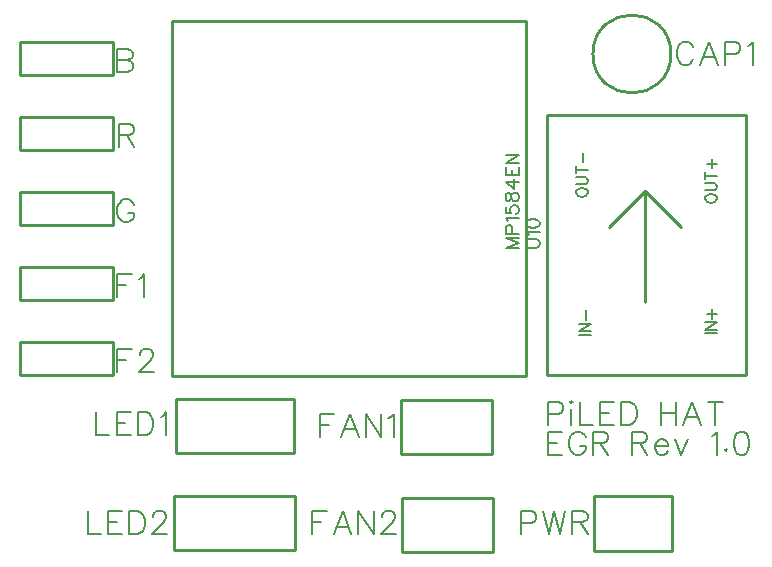
<source format=gto>
G04 Layer: TopSilkscreenLayer*
G04 EasyEDA v6.5.22, 2023-03-23 09:10:29*
G04 401f546e4c444c1f8d25b27506820300,e6e562115a5a45ecb989dda305b66076,10*
G04 Gerber Generator version 0.2*
G04 Scale: 100 percent, Rotated: No, Reflected: No *
G04 Dimensions in millimeters *
G04 leading zeros omitted , absolute positions ,4 integer and 5 decimal *
%FSLAX45Y45*%
%MOMM*%

%ADD10C,0.2032*%
%ADD11C,0.1524*%
%ADD12C,0.2540*%
%ADD13C,0.2500*%

%LPD*%
D10*
X18807429Y-8299450D02*
G01*
X18798286Y-8280908D01*
X18779743Y-8262365D01*
X18761456Y-8253221D01*
X18724372Y-8253221D01*
X18705829Y-8262365D01*
X18687541Y-8280908D01*
X18678143Y-8299450D01*
X18669000Y-8327136D01*
X18669000Y-8373110D01*
X18678143Y-8401050D01*
X18687541Y-8419337D01*
X18705829Y-8437879D01*
X18724372Y-8447024D01*
X18761456Y-8447024D01*
X18779743Y-8437879D01*
X18798286Y-8419337D01*
X18807429Y-8401050D01*
X18942304Y-8253221D02*
G01*
X18868390Y-8447024D01*
X18942304Y-8253221D02*
G01*
X19016218Y-8447024D01*
X18896329Y-8382508D02*
G01*
X18988531Y-8382508D01*
X19077177Y-8253221D02*
G01*
X19077177Y-8447024D01*
X19077177Y-8253221D02*
G01*
X19160490Y-8253221D01*
X19188175Y-8262365D01*
X19197320Y-8271510D01*
X19206463Y-8290052D01*
X19206463Y-8317737D01*
X19197320Y-8336279D01*
X19188175Y-8345423D01*
X19160490Y-8354821D01*
X19077177Y-8354821D01*
X19267424Y-8290052D02*
G01*
X19285966Y-8280908D01*
X19313652Y-8253221D01*
X19313652Y-8447024D01*
X17348197Y-12228258D02*
G01*
X17348197Y-12422314D01*
X17348197Y-12228258D02*
G01*
X17431255Y-12228258D01*
X17458941Y-12237402D01*
X17468339Y-12246800D01*
X17477483Y-12265088D01*
X17477483Y-12293028D01*
X17468339Y-12311316D01*
X17458941Y-12320714D01*
X17431255Y-12329858D01*
X17348197Y-12329858D01*
X17538443Y-12228258D02*
G01*
X17584671Y-12422314D01*
X17630899Y-12228258D02*
G01*
X17584671Y-12422314D01*
X17630899Y-12228258D02*
G01*
X17677127Y-12422314D01*
X17723101Y-12228258D02*
G01*
X17677127Y-12422314D01*
X17784061Y-12228258D02*
G01*
X17784061Y-12422314D01*
X17784061Y-12228258D02*
G01*
X17867373Y-12228258D01*
X17895059Y-12237402D01*
X17904203Y-12246800D01*
X17913347Y-12265088D01*
X17913347Y-12283630D01*
X17904203Y-12302172D01*
X17895059Y-12311316D01*
X17867373Y-12320714D01*
X17784061Y-12320714D01*
X17848831Y-12320714D02*
G01*
X17913347Y-12422314D01*
X15646400Y-11402821D02*
G01*
X15646400Y-11596624D01*
X15646400Y-11402821D02*
G01*
X15766541Y-11402821D01*
X15646400Y-11495024D02*
G01*
X15720313Y-11495024D01*
X15901416Y-11402821D02*
G01*
X15827502Y-11596624D01*
X15901416Y-11402821D02*
G01*
X15975329Y-11596624D01*
X15855188Y-11532108D02*
G01*
X15947390Y-11532108D01*
X16036290Y-11402821D02*
G01*
X16036290Y-11596624D01*
X16036290Y-11402821D02*
G01*
X16165575Y-11596624D01*
X16165575Y-11402821D02*
G01*
X16165575Y-11596624D01*
X16226536Y-11439652D02*
G01*
X16244824Y-11430508D01*
X16272509Y-11402821D01*
X16272509Y-11596624D01*
X15582900Y-12228321D02*
G01*
X15582900Y-12422124D01*
X15582900Y-12228321D02*
G01*
X15703041Y-12228321D01*
X15582900Y-12320524D02*
G01*
X15656813Y-12320524D01*
X15837916Y-12228321D02*
G01*
X15764002Y-12422124D01*
X15837916Y-12228321D02*
G01*
X15911829Y-12422124D01*
X15791688Y-12357608D02*
G01*
X15883890Y-12357608D01*
X15972790Y-12228321D02*
G01*
X15972790Y-12422124D01*
X15972790Y-12228321D02*
G01*
X16102075Y-12422124D01*
X16102075Y-12228321D02*
G01*
X16102075Y-12422124D01*
X16172179Y-12274550D02*
G01*
X16172179Y-12265152D01*
X16181324Y-12246610D01*
X16190722Y-12237465D01*
X16209009Y-12228321D01*
X16246093Y-12228321D01*
X16264636Y-12237465D01*
X16273779Y-12246610D01*
X16282924Y-12265152D01*
X16282924Y-12283694D01*
X16273779Y-12302236D01*
X16255238Y-12329921D01*
X16163036Y-12422124D01*
X16292322Y-12422124D01*
X13754100Y-11390121D02*
G01*
X13754100Y-11583924D01*
X13754100Y-11583924D02*
G01*
X13864843Y-11583924D01*
X13925804Y-11390121D02*
G01*
X13925804Y-11583924D01*
X13925804Y-11390121D02*
G01*
X14045945Y-11390121D01*
X13925804Y-11482324D02*
G01*
X13999718Y-11482324D01*
X13925804Y-11583924D02*
G01*
X14045945Y-11583924D01*
X14106906Y-11390121D02*
G01*
X14106906Y-11583924D01*
X14106906Y-11390121D02*
G01*
X14171675Y-11390121D01*
X14199361Y-11399265D01*
X14217650Y-11417808D01*
X14227047Y-11436350D01*
X14236191Y-11464036D01*
X14236191Y-11510010D01*
X14227047Y-11537950D01*
X14217650Y-11556237D01*
X14199361Y-11574779D01*
X14171675Y-11583924D01*
X14106906Y-11583924D01*
X14297152Y-11426952D02*
G01*
X14315693Y-11417808D01*
X14343379Y-11390121D01*
X14343379Y-11583924D01*
X13681069Y-12228324D02*
G01*
X13681069Y-12422126D01*
X13681069Y-12422126D02*
G01*
X13791813Y-12422126D01*
X13852773Y-12228324D02*
G01*
X13852773Y-12422126D01*
X13852773Y-12228324D02*
G01*
X13972915Y-12228324D01*
X13852773Y-12320526D02*
G01*
X13926687Y-12320526D01*
X13852773Y-12422126D02*
G01*
X13972915Y-12422126D01*
X14033875Y-12228324D02*
G01*
X14033875Y-12422126D01*
X14033875Y-12228324D02*
G01*
X14098645Y-12228324D01*
X14126331Y-12237468D01*
X14144619Y-12256010D01*
X14154017Y-12274552D01*
X14163161Y-12302238D01*
X14163161Y-12348212D01*
X14154017Y-12376152D01*
X14144619Y-12394440D01*
X14126331Y-12412982D01*
X14098645Y-12422126D01*
X14033875Y-12422126D01*
X14233519Y-12274552D02*
G01*
X14233519Y-12265154D01*
X14242663Y-12246612D01*
X14251807Y-12237468D01*
X14270349Y-12228324D01*
X14307179Y-12228324D01*
X14325721Y-12237468D01*
X14335119Y-12246612D01*
X14344263Y-12265154D01*
X14344263Y-12283696D01*
X14335119Y-12302238D01*
X14316577Y-12329924D01*
X14224121Y-12422126D01*
X14353407Y-12422126D01*
X13931900Y-8316721D02*
G01*
X13931900Y-8510524D01*
X13931900Y-8316721D02*
G01*
X14014958Y-8316721D01*
X14042643Y-8325865D01*
X14052041Y-8335010D01*
X14061186Y-8353552D01*
X14061186Y-8372094D01*
X14052041Y-8390636D01*
X14042643Y-8399779D01*
X14014958Y-8408924D01*
X13931900Y-8408924D02*
G01*
X14014958Y-8408924D01*
X14042643Y-8418321D01*
X14052041Y-8427465D01*
X14061186Y-8446008D01*
X14061186Y-8473694D01*
X14052041Y-8492236D01*
X14042643Y-8501379D01*
X14014958Y-8510524D01*
X13931900Y-8510524D01*
X13944600Y-8951721D02*
G01*
X13944600Y-9145524D01*
X13944600Y-8951721D02*
G01*
X14027658Y-8951721D01*
X14055343Y-8960865D01*
X14064741Y-8970010D01*
X14073886Y-8988552D01*
X14073886Y-9007094D01*
X14064741Y-9025636D01*
X14055343Y-9034779D01*
X14027658Y-9043924D01*
X13944600Y-9043924D01*
X14009370Y-9043924D02*
G01*
X14073886Y-9145524D01*
X14070329Y-9632950D02*
G01*
X14061186Y-9614408D01*
X14042643Y-9595865D01*
X14024356Y-9586721D01*
X13987272Y-9586721D01*
X13968729Y-9595865D01*
X13950441Y-9614408D01*
X13941043Y-9632950D01*
X13931900Y-9660636D01*
X13931900Y-9706610D01*
X13941043Y-9734550D01*
X13950441Y-9752837D01*
X13968729Y-9771379D01*
X13987272Y-9780524D01*
X14024356Y-9780524D01*
X14042643Y-9771379D01*
X14061186Y-9752837D01*
X14070329Y-9734550D01*
X14070329Y-9706610D01*
X14024356Y-9706610D02*
G01*
X14070329Y-9706610D01*
X13931900Y-10221721D02*
G01*
X13931900Y-10415524D01*
X13931900Y-10221721D02*
G01*
X14052041Y-10221721D01*
X13931900Y-10313924D02*
G01*
X14005813Y-10313924D01*
X14113002Y-10258552D02*
G01*
X14131290Y-10249408D01*
X14159229Y-10221721D01*
X14159229Y-10415524D01*
X13931900Y-10856721D02*
G01*
X13931900Y-11050524D01*
X13931900Y-10856721D02*
G01*
X14052041Y-10856721D01*
X13931900Y-10948924D02*
G01*
X14005813Y-10948924D01*
X14122145Y-10902950D02*
G01*
X14122145Y-10893552D01*
X14131290Y-10875010D01*
X14140688Y-10865865D01*
X14159229Y-10856721D01*
X14196059Y-10856721D01*
X14214602Y-10865865D01*
X14223745Y-10875010D01*
X14232890Y-10893552D01*
X14232890Y-10912094D01*
X14223745Y-10930636D01*
X14205204Y-10958321D01*
X14113002Y-11050524D01*
X14242288Y-11050524D01*
X17576800Y-11301221D02*
G01*
X17576800Y-11495024D01*
X17576800Y-11301221D02*
G01*
X17659858Y-11301221D01*
X17687543Y-11310365D01*
X17696941Y-11319510D01*
X17706086Y-11338052D01*
X17706086Y-11365737D01*
X17696941Y-11384279D01*
X17687543Y-11393424D01*
X17659858Y-11402821D01*
X17576800Y-11402821D01*
X17767045Y-11301221D02*
G01*
X17776190Y-11310365D01*
X17785588Y-11301221D01*
X17776190Y-11291824D01*
X17767045Y-11301221D01*
X17776190Y-11365737D02*
G01*
X17776190Y-11495024D01*
X17846548Y-11301221D02*
G01*
X17846548Y-11495024D01*
X17846548Y-11495024D02*
G01*
X17957291Y-11495024D01*
X18018252Y-11301221D02*
G01*
X18018252Y-11495024D01*
X18018252Y-11301221D02*
G01*
X18138393Y-11301221D01*
X18018252Y-11393424D02*
G01*
X18092166Y-11393424D01*
X18018252Y-11495024D02*
G01*
X18138393Y-11495024D01*
X18199354Y-11301221D02*
G01*
X18199354Y-11495024D01*
X18199354Y-11301221D02*
G01*
X18263870Y-11301221D01*
X18291809Y-11310365D01*
X18310098Y-11328908D01*
X18319495Y-11347450D01*
X18328640Y-11375136D01*
X18328640Y-11421110D01*
X18319495Y-11449050D01*
X18310098Y-11467337D01*
X18291809Y-11485879D01*
X18263870Y-11495024D01*
X18199354Y-11495024D01*
X18531840Y-11301221D02*
G01*
X18531840Y-11495024D01*
X18661125Y-11301221D02*
G01*
X18661125Y-11495024D01*
X18531840Y-11393424D02*
G01*
X18661125Y-11393424D01*
X18796000Y-11301221D02*
G01*
X18722086Y-11495024D01*
X18796000Y-11301221D02*
G01*
X18869913Y-11495024D01*
X18749772Y-11430508D02*
G01*
X18842227Y-11430508D01*
X18995390Y-11301221D02*
G01*
X18995390Y-11495024D01*
X18930874Y-11301221D02*
G01*
X19060159Y-11301221D01*
X17576800Y-11555221D02*
G01*
X17576800Y-11749024D01*
X17576800Y-11555221D02*
G01*
X17696941Y-11555221D01*
X17576800Y-11647424D02*
G01*
X17650713Y-11647424D01*
X17576800Y-11749024D02*
G01*
X17696941Y-11749024D01*
X17896331Y-11601450D02*
G01*
X17887188Y-11582908D01*
X17868645Y-11564365D01*
X17850104Y-11555221D01*
X17813274Y-11555221D01*
X17794731Y-11564365D01*
X17776190Y-11582908D01*
X17767045Y-11601450D01*
X17757902Y-11629136D01*
X17757902Y-11675110D01*
X17767045Y-11703050D01*
X17776190Y-11721337D01*
X17794731Y-11739879D01*
X17813274Y-11749024D01*
X17850104Y-11749024D01*
X17868645Y-11739879D01*
X17887188Y-11721337D01*
X17896331Y-11703050D01*
X17896331Y-11675110D01*
X17850104Y-11675110D02*
G01*
X17896331Y-11675110D01*
X17957291Y-11555221D02*
G01*
X17957291Y-11749024D01*
X17957291Y-11555221D02*
G01*
X18040350Y-11555221D01*
X18068290Y-11564365D01*
X18077434Y-11573510D01*
X18086577Y-11592052D01*
X18086577Y-11610594D01*
X18077434Y-11629136D01*
X18068290Y-11638279D01*
X18040350Y-11647424D01*
X17957291Y-11647424D01*
X18022061Y-11647424D02*
G01*
X18086577Y-11749024D01*
X18289777Y-11555221D02*
G01*
X18289777Y-11749024D01*
X18289777Y-11555221D02*
G01*
X18373090Y-11555221D01*
X18400775Y-11564365D01*
X18409920Y-11573510D01*
X18419063Y-11592052D01*
X18419063Y-11610594D01*
X18409920Y-11629136D01*
X18400775Y-11638279D01*
X18373090Y-11647424D01*
X18289777Y-11647424D01*
X18354548Y-11647424D02*
G01*
X18419063Y-11749024D01*
X18480024Y-11675110D02*
G01*
X18591022Y-11675110D01*
X18591022Y-11656821D01*
X18581624Y-11638279D01*
X18572479Y-11629136D01*
X18553938Y-11619737D01*
X18526252Y-11619737D01*
X18507709Y-11629136D01*
X18489422Y-11647424D01*
X18480024Y-11675110D01*
X18480024Y-11693652D01*
X18489422Y-11721337D01*
X18507709Y-11739879D01*
X18526252Y-11749024D01*
X18553938Y-11749024D01*
X18572479Y-11739879D01*
X18591022Y-11721337D01*
X18651981Y-11619737D02*
G01*
X18707354Y-11749024D01*
X18762725Y-11619737D02*
G01*
X18707354Y-11749024D01*
X18965925Y-11592052D02*
G01*
X18984468Y-11582908D01*
X19012154Y-11555221D01*
X19012154Y-11749024D01*
X19082258Y-11703050D02*
G01*
X19073113Y-11712194D01*
X19082258Y-11721337D01*
X19091656Y-11712194D01*
X19082258Y-11703050D01*
X19207988Y-11555221D02*
G01*
X19180302Y-11564365D01*
X19161759Y-11592052D01*
X19152616Y-11638279D01*
X19152616Y-11665965D01*
X19161759Y-11712194D01*
X19180302Y-11739879D01*
X19207988Y-11749024D01*
X19226529Y-11749024D01*
X19254216Y-11739879D01*
X19272504Y-11712194D01*
X19281902Y-11665965D01*
X19281902Y-11638279D01*
X19272504Y-11592052D01*
X19254216Y-11564365D01*
X19226529Y-11555221D01*
X19207988Y-11555221D01*
D11*
X17218982Y-9995009D02*
G01*
X17327948Y-9995009D01*
X17218982Y-9995009D02*
G01*
X17327948Y-9953353D01*
X17218982Y-9911951D02*
G01*
X17327948Y-9953353D01*
X17218982Y-9911951D02*
G01*
X17327948Y-9911951D01*
X17218982Y-9877661D02*
G01*
X17327948Y-9877661D01*
X17218982Y-9877661D02*
G01*
X17218982Y-9830925D01*
X17224062Y-9815177D01*
X17229396Y-9810097D01*
X17239810Y-9804763D01*
X17255304Y-9804763D01*
X17265718Y-9810097D01*
X17270798Y-9815177D01*
X17276132Y-9830925D01*
X17276132Y-9877661D01*
X17239810Y-9770473D02*
G01*
X17234476Y-9760059D01*
X17218982Y-9744565D01*
X17327948Y-9744565D01*
X17218982Y-9648045D02*
G01*
X17218982Y-9699861D01*
X17265718Y-9705195D01*
X17260638Y-9699861D01*
X17255304Y-9684367D01*
X17255304Y-9668619D01*
X17260638Y-9653125D01*
X17270798Y-9642711D01*
X17286546Y-9637631D01*
X17296960Y-9637631D01*
X17312454Y-9642711D01*
X17322868Y-9653125D01*
X17327948Y-9668619D01*
X17327948Y-9684367D01*
X17322868Y-9699861D01*
X17317788Y-9705195D01*
X17307374Y-9710275D01*
X17218982Y-9577179D02*
G01*
X17224062Y-9592927D01*
X17234476Y-9598007D01*
X17244890Y-9598007D01*
X17255304Y-9592927D01*
X17260638Y-9582513D01*
X17265718Y-9561685D01*
X17270798Y-9546191D01*
X17281212Y-9535777D01*
X17291626Y-9530443D01*
X17307374Y-9530443D01*
X17317788Y-9535777D01*
X17322868Y-9540857D01*
X17327948Y-9556605D01*
X17327948Y-9577179D01*
X17322868Y-9592927D01*
X17317788Y-9598007D01*
X17307374Y-9603341D01*
X17291626Y-9603341D01*
X17281212Y-9598007D01*
X17270798Y-9587593D01*
X17265718Y-9572099D01*
X17260638Y-9551271D01*
X17255304Y-9540857D01*
X17244890Y-9535777D01*
X17234476Y-9535777D01*
X17224062Y-9540857D01*
X17218982Y-9556605D01*
X17218982Y-9577179D01*
X17218982Y-9444337D02*
G01*
X17291626Y-9496153D01*
X17291626Y-9418429D01*
X17218982Y-9444337D02*
G01*
X17327948Y-9444337D01*
X17218982Y-9384139D02*
G01*
X17327948Y-9384139D01*
X17218982Y-9384139D02*
G01*
X17218982Y-9316575D01*
X17270798Y-9384139D02*
G01*
X17270798Y-9342483D01*
X17327948Y-9384139D02*
G01*
X17327948Y-9316575D01*
X17218982Y-9282285D02*
G01*
X17327948Y-9282285D01*
X17218982Y-9282285D02*
G01*
X17327948Y-9209387D01*
X17218982Y-9209387D02*
G01*
X17327948Y-9209387D01*
X17396713Y-9995103D02*
G01*
X17474691Y-9995103D01*
X17490186Y-9989769D01*
X17500600Y-9979355D01*
X17505934Y-9963861D01*
X17505934Y-9953447D01*
X17500600Y-9937953D01*
X17490186Y-9927539D01*
X17474691Y-9922205D01*
X17396713Y-9922205D01*
X17417541Y-9887915D02*
G01*
X17412461Y-9877501D01*
X17396713Y-9862007D01*
X17505934Y-9862007D01*
X17396713Y-9796475D02*
G01*
X17402048Y-9812223D01*
X17417541Y-9822637D01*
X17443450Y-9827717D01*
X17459198Y-9827717D01*
X17485106Y-9822637D01*
X17500600Y-9812223D01*
X17505934Y-9796475D01*
X17505934Y-9786061D01*
X17500600Y-9770567D01*
X17485106Y-9760153D01*
X17459198Y-9755073D01*
X17443450Y-9755073D01*
X17417541Y-9760153D01*
X17402048Y-9770567D01*
X17396713Y-9786061D01*
X17396713Y-9796475D01*
D10*
X17816898Y-9536785D02*
G01*
X17821470Y-9545929D01*
X17830614Y-9555073D01*
X17839758Y-9559391D01*
X17853220Y-9563963D01*
X17876080Y-9563963D01*
X17889796Y-9559391D01*
X17898686Y-9555073D01*
X17907830Y-9545929D01*
X17912402Y-9536785D01*
X17912402Y-9518497D01*
X17907830Y-9509607D01*
X17898686Y-9500463D01*
X17889796Y-9495891D01*
X17876080Y-9491319D01*
X17853220Y-9491319D01*
X17839758Y-9495891D01*
X17830614Y-9500463D01*
X17821470Y-9509607D01*
X17816898Y-9518497D01*
X17816898Y-9536785D01*
X17816898Y-9461347D02*
G01*
X17885224Y-9461347D01*
X17898686Y-9456775D01*
X17907830Y-9447631D01*
X17912402Y-9433915D01*
X17912402Y-9425025D01*
X17907830Y-9411309D01*
X17898686Y-9402165D01*
X17885224Y-9397593D01*
X17816898Y-9397593D01*
X17816898Y-9335871D02*
G01*
X17912402Y-9335871D01*
X17816898Y-9367621D02*
G01*
X17816898Y-9304121D01*
X17871508Y-9274149D02*
G01*
X17871508Y-9192107D01*
X18909098Y-9587585D02*
G01*
X18913670Y-9596729D01*
X18922814Y-9605873D01*
X18931958Y-9610191D01*
X18945420Y-9614763D01*
X18968280Y-9614763D01*
X18981996Y-9610191D01*
X18990886Y-9605873D01*
X19000030Y-9596729D01*
X19004602Y-9587585D01*
X19004602Y-9569297D01*
X19000030Y-9560407D01*
X18990886Y-9551263D01*
X18981996Y-9546691D01*
X18968280Y-9542119D01*
X18945420Y-9542119D01*
X18931958Y-9546691D01*
X18922814Y-9551263D01*
X18913670Y-9560407D01*
X18909098Y-9569297D01*
X18909098Y-9587585D01*
X18909098Y-9512147D02*
G01*
X18977424Y-9512147D01*
X18990886Y-9507575D01*
X19000030Y-9498431D01*
X19004602Y-9484715D01*
X19004602Y-9475825D01*
X19000030Y-9462109D01*
X18990886Y-9452965D01*
X18977424Y-9448393D01*
X18909098Y-9448393D01*
X18909098Y-9386671D02*
G01*
X19004602Y-9386671D01*
X18909098Y-9418421D02*
G01*
X18909098Y-9354921D01*
X18922814Y-9284055D02*
G01*
X19004602Y-9284055D01*
X18963708Y-9324949D02*
G01*
X18963708Y-9242907D01*
X18909098Y-10719663D02*
G01*
X19004602Y-10719663D01*
X18909098Y-10689691D02*
G01*
X19004602Y-10689691D01*
X18909098Y-10689691D02*
G01*
X19004602Y-10626191D01*
X18909098Y-10626191D02*
G01*
X19004602Y-10626191D01*
X18922814Y-10555071D02*
G01*
X19004602Y-10555071D01*
X18963708Y-10596219D02*
G01*
X18963708Y-10514177D01*
X17842298Y-10732363D02*
G01*
X17937802Y-10732363D01*
X17842298Y-10702391D02*
G01*
X17937802Y-10702391D01*
X17842298Y-10702391D02*
G01*
X17937802Y-10638891D01*
X17842298Y-10638891D02*
G01*
X17937802Y-10638891D01*
X17896908Y-10608919D02*
G01*
X17896908Y-10526877D01*
D12*
X18401098Y-9513201D02*
G01*
X18096298Y-9818001D01*
X18401098Y-10453001D02*
G01*
X18401098Y-9513201D01*
X18705898Y-9818001D02*
G01*
X18401098Y-9513201D01*
X17571991Y-11074501D02*
G01*
X17571991Y-8874505D01*
X19251998Y-8874505D01*
X19251998Y-11074501D01*
X17571991Y-11074501D01*
D13*
G75*
G01
X18618200Y-8356600D02*
G03X18618200Y-8356600I-330200J0D01*
D12*
X14391538Y-8080222D02*
G01*
X17392472Y-8080222D01*
X17392472Y-11081486D01*
X14391538Y-11081486D01*
X14391538Y-8080222D01*
X14427200Y-11277980D02*
G01*
X15430500Y-11277980D01*
X15430500Y-11735180D01*
X14427200Y-11735180D01*
X14427200Y-11277980D01*
X14411325Y-12103100D02*
G01*
X15433675Y-12103100D01*
X15433675Y-12560300D01*
X14411325Y-12560300D01*
X14411325Y-12103100D01*
X13106400Y-8255000D02*
G01*
X13893800Y-8255000D01*
X13893800Y-8534400D01*
X13106400Y-8534400D01*
X13106400Y-8255000D01*
X17970500Y-12096750D02*
G01*
X18630900Y-12096750D01*
X18630900Y-12566650D01*
X17970500Y-12566650D01*
X17970500Y-12096750D01*
X16332200Y-11290300D02*
G01*
X17106900Y-11290300D01*
X17106900Y-11747500D01*
X16332200Y-11747500D01*
X16332200Y-11290300D01*
X16338550Y-12115800D02*
G01*
X17113250Y-12115800D01*
X17113250Y-12573000D01*
X16338550Y-12573000D01*
X16338550Y-12115800D01*
X13106400Y-8890000D02*
G01*
X13893800Y-8890000D01*
X13893800Y-9169400D01*
X13106400Y-9169400D01*
X13106400Y-8890000D01*
X13106400Y-9525000D02*
G01*
X13893800Y-9525000D01*
X13893800Y-9804400D01*
X13106400Y-9804400D01*
X13106400Y-9525000D01*
X13106400Y-10160000D02*
G01*
X13893800Y-10160000D01*
X13893800Y-10439400D01*
X13106400Y-10439400D01*
X13106400Y-10160000D01*
X13106400Y-10795000D02*
G01*
X13893800Y-10795000D01*
X13893800Y-11074400D01*
X13106400Y-11074400D01*
X13106400Y-10795000D01*
M02*

</source>
